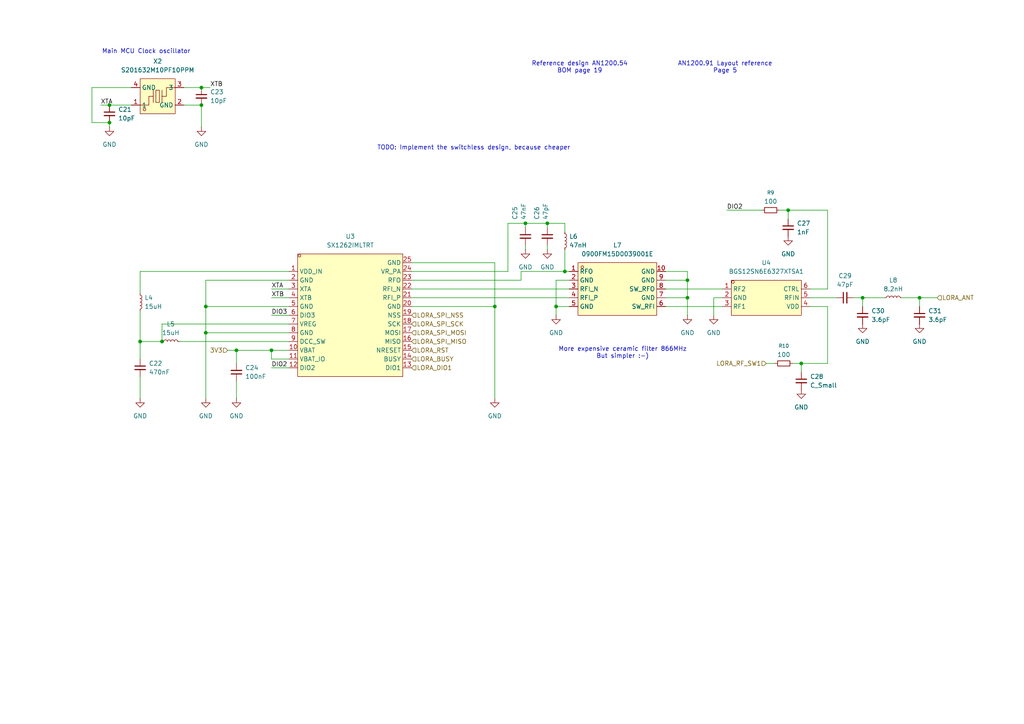
<source format=kicad_sch>
(kicad_sch (version 20250114) (generator "eeschema") (generator_version "9.0")
  (paper "A4")
  (title_block (title "Bornhack 2026") (rev "0.1") (company "Badge.Team"))
  (lib_symbols
    (symbol "Device:C_Small" (pin_numbers (hide yes)) (pin_names (offset 0.254) (hide yes))
      (property "Reference" "C" (at 0.254 1.778 0))
      (property "Value" "C_Small" (at 0.254 -2.032 0))
      (symbol "C_Small_0_1"
        (polyline (pts (xy -1.524 0.508) (xy 1.524 0.508)) (stroke (width 0.3048)))
        (polyline (pts (xy -1.524 -0.508) (xy 1.524 -0.508)) (stroke (width 0.3302)))
      )
      (symbol "C_Small_1_1"
        (pin passive line (at 0 2.54 270) (length 2.032) (name "~") (number "1"))
        (pin passive line (at 0 -2.54 90) (length 2.032) (name "~") (number "2"))
      )
    )
    (symbol "Device:L_Small" (pin_numbers (hide yes)) (pin_names (offset 0.254) (hide yes))
      (property "Reference" "L" (at 0.762 1.016 0))
      (property "Value" "L_Small" (at 0.762 -1.016 0))
      (symbol "L_Small_0_1"
        (arc (start 0 2.032) (mid 0.5058 1.524) (end 0 1.016))
        (arc (start 0 1.016) (mid 0.5058 0.508) (end 0 0))
        (arc (start 0 0) (mid 0.5058 -0.508) (end 0 -1.016))
        (arc (start 0 -1.016) (mid 0.5058 -1.524) (end 0 -2.032))
      )
      (symbol "L_Small_1_1"
        (pin passive line (at 0 2.54 270) (length 0.508) (name "~") (number "1"))
        (pin passive line (at 0 -2.54 90) (length 0.508) (name "~") (number "2"))
      )
    )
    (symbol "Device:R_Small" (pin_numbers (hide yes)) (pin_names (offset 0.254) (hide yes))
      (property "Reference" "R" (at 0 0 90))
      (property "Value" "R_Small" (at 1.778 0 90))
      (symbol "R_Small_0_1"
        (rectangle (start -0.762 1.778) (end 0.762 -1.778) (stroke (width 0.2032)))
      )
      (symbol "R_Small_1_1"
        (pin passive line (at 0 2.54 270) (length 0.762) (name "~") (number "1"))
        (pin passive line (at 0 -2.54 90) (length 0.762) (name "~") (number "2"))
      )
    )
    (symbol "lcsc:0900FM15D0039001E"
      (property "Reference" "L" (at 0 10.16 0))
      (property "Value" "0900FM15D0039001E" (at 0 -10.16 0))
      (symbol "0900FM15D0039001E_0_1"
        (rectangle (start -11.43 7.62) (end 11.43 -7.62) (fill (type background)))
        (circle (center -10.16 6.35) (radius 0.38))
        (pin unspecified line (at -13.97 5.08 0) (length 2.54) (name "RFO") (number "1"))
        (pin unspecified line (at -13.97 2.54 0) (length 2.54) (name "GND") (number "2"))
        (pin unspecified line (at -13.97 0 0) (length 2.54) (name "RFI_N") (number "3"))
        (pin unspecified line (at -13.97 -2.54 0) (length 2.54) (name "RFI_P") (number "4"))
        (pin unspecified line (at -13.97 -5.08 0) (length 2.54) (name "GND") (number "5"))
        (pin unspecified line (at 13.97 5.08 180) (length 2.54) (name "GND") (number "10"))
        (pin unspecified line (at 13.97 2.54 180) (length 2.54) (name "GND") (number "9"))
        (pin unspecified line (at 13.97 0 180) (length 2.54) (name "SW_RFO") (number "8"))
        (pin unspecified line (at 13.97 -2.54 180) (length 2.54) (name "GND") (number "7"))
        (pin unspecified line (at 13.97 -5.08 180) (length 2.54) (name "SW_RFI") (number "6"))
      )
    )
    (symbol "lcsc:BGS12SN6E6327XTSA1"
      (property "Reference" "U" (at 0 7.62 0))
      (property "Value" "BGS12SN6E6327XTSA1" (at 0 -7.62 0))
      (symbol "BGS12SN6E6327XTSA1_0_1"
        (rectangle (start -10.16 5.08) (end 10.16 -5.08) (fill (type background)))
        (circle (center -9.65 4.57) (radius 0.38))
        (pin unspecified line (at -12.7 2.54 0) (length 2.54) (name "RF2") (number "1"))
        (pin unspecified line (at -12.7 0 0) (length 2.54) (name "GND") (number "2"))
        (pin unspecified line (at -12.7 -2.54 0) (length 2.54) (name "RF1") (number "3"))
        (pin unspecified line (at 12.7 2.54 180) (length 2.54) (name "CTRL") (number "6"))
        (pin unspecified line (at 12.7 0 180) (length 2.54) (name "RFIN") (number "5"))
        (pin unspecified line (at 12.7 -2.54 180) (length 2.54) (name "VDD") (number "4"))
      )
    )
    (symbol "lcsc:S201632M10PF10PPM"
      (property "Reference" "X" (at 0 7.62 0))
      (property "Value" "S201632M10PF10PPM" (at 0 -7.62 0))
      (symbol "S201632M10PF10PPM_0_1"
        (rectangle (start -5.08 5.08) (end 5.08 -5.08) (fill (type background)))
        (polyline (pts (xy -5.08 -2.54) (xy -2.54 -2.54) (xy -2.54 0) (xy -1.27 0)))
        (circle (center -3.81 -3.81) (radius 0.38))
        (polyline (pts (xy -1.27 -1.78) (xy -1.27 1.78)))
        (rectangle (start -0.51 1.78) (end 0.51 -1.78) (fill (type background)))
        (polyline (pts (xy 1.27 -1.78) (xy 1.27 1.78)))
        (polyline (pts (xy 5.08 2.54) (xy 2.54 2.54) (xy 2.54 0) (xy 1.27 0)))
        (pin input line (at -7.62 2.54 0) (length 2.54) (name "GND") (number "4"))
        (pin input line (at -7.62 -2.54 0) (length 2.54) (name "1") (number "1"))
        (pin input line (at 7.62 2.54 180) (length 2.54) (name "3") (number "3"))
        (pin input line (at 7.62 -2.54 180) (length 2.54) (name "GND") (number "2"))
      )
    )
    (symbol "lcsc:SX1262IMLTRT"
      (property "Reference" "U" (at 0 20.32 0))
      (property "Value" "SX1262IMLTRT" (at 0 -20.32 0))
      (symbol "SX1262IMLTRT_0_1"
        (rectangle (start -15.24 17.78) (end 15.24 -17.78) (fill (type background)))
        (circle (center -14.73 17.27) (radius 0.38))
        (pin unspecified line (at -17.78 12.7 0) (length 2.54) (name "VDD_IN") (number "1"))
        (pin unspecified line (at -17.78 10.16 0) (length 2.54) (name "GND") (number "2"))
        (pin unspecified line (at -17.78 7.62 0) (length 2.54) (name "XTA") (number "3"))
        (pin unspecified line (at -17.78 5.08 0) (length 2.54) (name "XTB") (number "4"))
        (pin unspecified line (at -17.78 2.54 0) (length 2.54) (name "GND") (number "5"))
        (pin unspecified line (at -17.78 0 0) (length 2.54) (name "DIO3") (number "6"))
        (pin unspecified line (at -17.78 -2.54 0) (length 2.54) (name "VREG") (number "7"))
        (pin unspecified line (at -17.78 -5.08 0) (length 2.54) (name "GND") (number "8"))
        (pin unspecified line (at -17.78 -7.62 0) (length 2.54) (name "DCC_SW") (number "9"))
        (pin unspecified line (at -17.78 -10.16 0) (length 2.54) (name "VBAT") (number "10"))
        (pin unspecified line (at -17.78 -12.7 0) (length 2.54) (name "VBAT_IO") (number "11"))
        (pin unspecified line (at -17.78 -15.24 0) (length 2.54) (name "DIO2") (number "12"))
        (pin unspecified line (at 17.78 15.24 180) (length 2.54) (name "GND") (number "25"))
        (pin unspecified line (at 17.78 12.7 180) (length 2.54) (name "VR_PA") (number "24"))
        (pin unspecified line (at 17.78 10.16 180) (length 2.54) (name "RFO") (number "23"))
        (pin unspecified line (at 17.78 7.62 180) (length 2.54) (name "RFI_N") (number "22"))
        (pin unspecified line (at 17.78 5.08 180) (length 2.54) (name "RFI_P") (number "21"))
        (pin unspecified line (at 17.78 2.54 180) (length 2.54) (name "GND") (number "20"))
        (pin unspecified line (at 17.78 0 180) (length 2.54) (name "NSS") (number "19"))
        (pin unspecified line (at 17.78 -2.54 180) (length 2.54) (name "SCK") (number "18"))
        (pin unspecified line (at 17.78 -5.08 180) (length 2.54) (name "MOSI") (number "17"))
        (pin unspecified line (at 17.78 -7.62 180) (length 2.54) (name "MISO") (number "16"))
        (pin unspecified line (at 17.78 -10.16 180) (length 2.54) (name "NRESET") (number "15"))
        (pin unspecified line (at 17.78 -12.7 180) (length 2.54) (name "BUSY") (number "14"))
        (pin unspecified line (at 17.78 -15.24 180) (length 2.54) (name "DIO1") (number "13"))
      )
    )
    (symbol "power:GND" (power) (pin_numbers (hide yes)) (pin_names (offset 0) (hide yes))
      (property "Value" "GND" (at 0 -3.81 0))
      (symbol "GND_0_1"
        (polyline (pts (xy 0 0) (xy 0 -1.27) (xy 1.27 -1.27) (xy 0 -2.54) (xy -1.27 -1.27) (xy 0 -1.27)))
      )
      (symbol "GND_1_1"
        (pin power_in line (at 0 0 270) (length 0) (name "~") (number "1"))
      )
    )
  )
  (text "TODO: Implement the switchless design, because cheaper" (at 137.414 42.926 0) (effects (font (size 1.27 1.27))))
  (text "Reference design AN1200.54\nBOM page 19" (at 168.148 19.558 0) (effects (font (size 1.27 1.27))))
  (text "AN1200.91 Layout reference\nPage 5" (at 210.312 19.558 0) (effects (font (size 1.27 1.27))))
  (text "Main MCU Clock oscillator" (at 42.418 14.986 0) (effects (font (size 1.27 1.27))))
  (text "More expensive ceramic filter 866MHz\nBut simpler :-)" (at 180.594 102.362 0) (effects (font (size 1.27 1.27))))
  (junction (at 228.6 60.96))
  (junction (at 78.74 101.6))
  (junction (at 161.29 88.9))
  (junction (at 58.42 25.4))
  (junction (at 40.64 99.06))
  (junction (at 152.4 64.77))
  (junction (at 68.58 101.6))
  (junction (at 250.19 86.36))
  (junction (at 143.51 88.9))
  (junction (at 199.39 81.28))
  (junction (at 59.69 88.9))
  (junction (at 31.75 30.48))
  (junction (at 232.41 105.41))
  (junction (at 31.75 35.56))
  (junction (at 266.7 86.36))
  (junction (at 46.99 99.06))
  (junction (at 163.83 78.74))
  (junction (at 59.69 96.52))
  (junction (at 158.75 64.77))
  (junction (at 58.42 30.48))
  (junction (at 199.39 86.36))
  (wire (pts (xy 59.69 96.52) (xy 59.69 115.57)))
  (wire (pts (xy 226.06 60.96) (xy 228.6 60.96)))
  (wire (pts (xy 147.32 64.77) (xy 152.4 64.77)))
  (wire (pts (xy 247.65 86.36) (xy 250.19 86.36)))
  (wire (pts (xy 78.74 86.36) (xy 83.82 86.36)))
  (wire (pts (xy 59.69 88.9) (xy 59.69 96.52)))
  (wire (pts (xy 152.4 71.12) (xy 152.4 72.39)))
  (wire (pts (xy 58.42 30.48) (xy 58.42 36.83)))
  (wire (pts (xy 119.38 76.2) (xy 143.51 76.2)))
  (wire (pts (xy 266.7 86.36) (xy 266.7 88.9)))
  (wire (pts (xy 68.58 110.49) (xy 68.58 115.57)))
  (wire (pts (xy 152.4 64.77) (xy 158.75 64.77)))
  (wire (pts (xy 228.6 60.96) (xy 228.6 63.5)))
  (wire (pts (xy 210.82 60.96) (xy 220.98 60.96)))
  (wire (pts (xy 152.4 64.77) (xy 152.4 66.04)))
  (wire (pts (xy 163.83 72.39) (xy 163.83 78.74)))
  (wire (pts (xy 193.04 83.82) (xy 209.55 83.82)))
  (wire (pts (xy 68.58 101.6) (xy 78.74 101.6)))
  (wire (pts (xy 147.32 64.77) (xy 147.32 78.74)))
  (wire (pts (xy 119.38 88.9) (xy 143.51 88.9)))
  (wire (pts (xy 193.04 78.74) (xy 199.39 78.74)))
  (wire (pts (xy 78.74 104.14) (xy 83.82 104.14)))
  (wire (pts (xy 161.29 88.9) (xy 161.29 91.44)))
  (wire (pts (xy 143.51 76.2) (xy 143.51 88.9)))
  (wire (pts (xy 250.19 86.36) (xy 256.54 86.36)))
  (wire (pts (xy 234.95 88.9) (xy 240.03 88.9)))
  (wire (pts (xy 240.03 60.96) (xy 240.03 83.82)))
  (wire (pts (xy 261.62 86.36) (xy 266.7 86.36)))
  (wire (pts (xy 158.75 64.77) (xy 163.83 64.77)))
  (wire (pts (xy 59.69 81.28) (xy 59.69 88.9)))
  (wire (pts (xy 26.67 35.56) (xy 31.75 35.56)))
  (wire (pts (xy 119.38 78.74) (xy 147.32 78.74)))
  (wire (pts (xy 250.19 86.36) (xy 250.19 88.9)))
  (wire (pts (xy 59.69 88.9) (xy 83.82 88.9)))
  (wire (pts (xy 52.07 99.06) (xy 83.82 99.06)))
  (wire (pts (xy 53.34 30.48) (xy 58.42 30.48)))
  (wire (pts (xy 38.1 30.48) (xy 31.75 30.48)))
  (wire (pts (xy 143.51 88.9) (xy 143.51 115.57)))
  (wire (pts (xy 232.41 105.41) (xy 240.03 105.41)))
  (wire (pts (xy 161.29 81.28) (xy 161.29 88.9)))
  (wire (pts (xy 158.75 71.12) (xy 158.75 72.39)))
  (wire (pts (xy 199.39 78.74) (xy 199.39 81.28)))
  (wire (pts (xy 40.64 109.22) (xy 40.64 115.57)))
  (wire (pts (xy 119.38 86.36) (xy 165.1 86.36)))
  (wire (pts (xy 161.29 81.28) (xy 165.1 81.28)))
  (wire (pts (xy 59.69 96.52) (xy 83.82 96.52)))
  (wire (pts (xy 119.38 83.82) (xy 165.1 83.82)))
  (wire (pts (xy 199.39 81.28) (xy 199.39 86.36)))
  (wire (pts (xy 46.99 93.98) (xy 46.99 99.06)))
  (wire (pts (xy 26.67 25.4) (xy 38.1 25.4)))
  (wire (pts (xy 207.01 86.36) (xy 209.55 86.36)))
  (wire (pts (xy 163.83 64.77) (xy 163.83 67.31)))
  (wire (pts (xy 163.83 78.74) (xy 165.1 78.74)))
  (wire (pts (xy 193.04 81.28) (xy 199.39 81.28)))
  (wire (pts (xy 60.96 25.4) (xy 58.42 25.4)))
  (wire (pts (xy 68.58 101.6) (xy 68.58 105.41)))
  (wire (pts (xy 40.64 78.74) (xy 83.82 78.74)))
  (wire (pts (xy 234.95 86.36) (xy 242.57 86.36)))
  (wire (pts (xy 151.13 78.74) (xy 151.13 81.28)))
  (wire (pts (xy 161.29 88.9) (xy 165.1 88.9)))
  (wire (pts (xy 46.99 93.98) (xy 83.82 93.98)))
  (wire (pts (xy 222.25 105.41) (xy 224.79 105.41)))
  (wire (pts (xy 29.21 30.48) (xy 31.75 30.48)))
  (wire (pts (xy 229.87 105.41) (xy 232.41 105.41)))
  (wire (pts (xy 193.04 86.36) (xy 199.39 86.36)))
  (wire (pts (xy 266.7 86.36) (xy 271.78 86.36)))
  (wire (pts (xy 78.74 101.6) (xy 83.82 101.6)))
  (wire (pts (xy 78.74 101.6) (xy 78.74 104.14)))
  (wire (pts (xy 228.6 60.96) (xy 240.03 60.96)))
  (wire (pts (xy 234.95 83.82) (xy 240.03 83.82)))
  (wire (pts (xy 58.42 25.4) (xy 53.34 25.4)))
  (wire (pts (xy 40.64 78.74) (xy 40.64 85.09)))
  (wire (pts (xy 40.64 90.17) (xy 40.64 99.06)))
  (wire (pts (xy 40.64 99.06) (xy 46.99 99.06)))
  (wire (pts (xy 240.03 88.9) (xy 240.03 105.41)))
  (wire (pts (xy 119.38 81.28) (xy 151.13 81.28)))
  (wire (pts (xy 193.04 88.9) (xy 209.55 88.9)))
  (wire (pts (xy 59.69 81.28) (xy 83.82 81.28)))
  (wire (pts (xy 151.13 78.74) (xy 163.83 78.74)))
  (wire (pts (xy 26.67 35.56) (xy 26.67 25.4)))
  (wire (pts (xy 78.74 106.68) (xy 83.82 106.68)))
  (wire (pts (xy 31.75 35.56) (xy 31.75 36.83)))
  (wire (pts (xy 158.75 64.77) (xy 158.75 66.04)))
  (wire (pts (xy 207.01 86.36) (xy 207.01 91.44)))
  (wire (pts (xy 232.41 105.41) (xy 232.41 107.95)))
  (wire (pts (xy 78.74 83.82) (xy 83.82 83.82)))
  (wire (pts (xy 66.04 101.6) (xy 68.58 101.6)))
  (wire (pts (xy 40.64 99.06) (xy 40.64 104.14)))
  (wire (pts (xy 78.74 91.44) (xy 83.82 91.44)))
  (wire (pts (xy 199.39 86.36) (xy 199.39 91.44)))
  (label "XTA" (at 78.74 83.82 0))
  (label "XTB" (at 78.74 86.36 0))
  (label "DIO3" (at 78.74 91.44 0))
  (label "XTB" (at 60.96 25.4 0))
  (label "DIO2" (at 210.82 60.96 0))
  (label "DIO2" (at 78.74 106.68 0))
  (label "XTA" (at 29.21 30.48 0))
  (hierarchical_label "LORA_ANT" (shape input) (at 271.78 86.36 0))
  (hierarchical_label "LORA_DIO1" (shape input) (at 119.38 106.68 0))
  (hierarchical_label "LORA_BUSY" (shape input) (at 119.38 104.14 0))
  (hierarchical_label "LORA_RST" (shape input) (at 119.38 101.6 0))
  (hierarchical_label "LORA_SPI_MOSI" (shape input) (at 119.38 96.52 0))
  (hierarchical_label "LORA_SPI_SCK" (shape input) (at 119.38 93.98 0))
  (hierarchical_label "LORA_SPI_MISO" (shape input) (at 119.38 99.06 0))
  (hierarchical_label "LORA_SPI_NSS" (shape input) (at 119.38 91.44 0))
  (hierarchical_label "3V3" (shape input) (at 66.04 101.6 180))
  (hierarchical_label "LORA_RF_SW1" (shape input) (at 222.25 105.41 180))
  (symbol (lib_id "power:GND") (at 58.42 36.83 0) (unit 1)
    (property "Reference" "#PWR039" (effects (hide yes)))
    (property "Value" "GND" (at 58.42 41.91 0))
    (property "Description" "Power symbol creates a global label with name \"GND\" , ground" (effects (hide yes)))
  )
  (symbol (lib_id "Device:L_Small") (at 49.53 99.06 90) (unit 1)
    (property "Reference" "L5" (at 49.53 93.98 90))
    (property "Value" "15uH" (at 49.53 96.52 90))
    (property "Description" "Inductor, small symbol" (effects (hide yes)))
  )
  (symbol (lib_id "Device:C_Small") (at 250.19 91.44 0) (unit 1)
    (property "Reference" "C30" (at 252.73 90.1762 0) (effects (justify left)))
    (property "Value" "3.6pF" (at 252.73 92.7162 0) (effects (justify left)))
    (property "Description" "Unpolarized capacitor, small symbol" (effects (hide yes)))
  )
  (symbol (lib_id "power:GND") (at 228.6 68.58 0) (unit 1)
    (property "Reference" "#PWR048" (effects (hide yes)))
    (property "Value" "GND" (at 228.6 73.66 0))
    (property "Description" "Power symbol creates a global label with name \"GND\" , ground" (effects (hide yes)))
  )
  (symbol (lib_id "lcsc:0900FM15D0039001E") (at 179.07 83.82 0) (unit 1)
    (property "Reference" "L7" (at 179.07 71.12 0))
    (property "Value" "0900FM15D0039001E" (at 179.07 73.66 0))
    (property "Footprint" "lcsc:FILTER-SMD_10P-L2.0-W1.3-BL" (effects (hide yes)))
    (property "LCSC Part" "C17557877" (effects (hide yes)))
  )
  (symbol (lib_id "Device:L_Small") (at 40.64 87.63 0) (unit 1)
    (property "Reference" "L4" (at 41.91 86.3599 0) (effects (justify left)))
    (property "Value" "15uH" (at 41.91 88.8999 0) (effects (justify left)))
    (property "Description" "Inductor, small symbol" (effects (hide yes)))
  )
  (symbol (lib_id "power:GND") (at 161.29 91.44 0) (unit 1)
    (property "Reference" "#PWR045" (effects (hide yes)))
    (property "Value" "GND" (at 161.29 96.52 0))
    (property "Description" "Power symbol creates a global label with name \"GND\" , ground" (effects (hide yes)))
  )
  (symbol (lib_id "Device:C_Small") (at 58.42 27.94 0) (unit 1)
    (property "Reference" "C23" (at 60.96 26.6762 0) (effects (justify left)))
    (property "Value" "10pF" (at 60.96 29.2162 0) (effects (justify left)))
    (property "Footprint" "Capacitor_SMD:C_0402_1005Metric" (effects (hide yes)))
    (property "Datasheet" "https://jlcpcb.com/partdetail/33914-CL05C100JB5NNNC/C32949" (effects (hide yes)))
    (property "Description" "Unpolarized capacitor, small symbol" (effects (hide yes)))
    (property "LCSC" "C32949" (effects (hide yes)))
  )
  (symbol (lib_id "lcsc:S201632M10PF10PPM") (at 45.72 27.94 0) (unit 1)
    (property "Reference" "X2" (at 45.72 17.78 0))
    (property "Value" "S201632M10PF10PPM" (at 45.72 20.32 0))
    (property "Footprint" "lcsc:CRYSTAL-SMD_4P-L2.0-W1.6-BL" (effects (hide yes)))
    (property "Datasheet" "https://jlcpcb.com/partdetail/SST-S201632M10PF10PPM/C7420782" (effects (hide yes)))
    (property "LCSC Part" "C7420782" (effects (hide yes)))
    (property "LCSC" "C7420782" (effects (hide yes)))
  )
  (symbol (lib_id "power:GND") (at 68.58 115.57 0) (unit 1)
    (property "Reference" "#PWR041" (effects (hide yes)))
    (property "Value" "GND" (at 68.58 120.65 0))
    (property "Description" "Power symbol creates a global label with name \"GND\" , ground" (effects (hide yes)))
  )
  (symbol (lib_id "Device:C_Small") (at 232.41 110.49 0) (unit 1)
    (property "Reference" "C28" (at 234.95 109.2262 0) (effects (justify left)))
    (property "Value" "C_Small" (at 234.95 111.7662 0) (effects (justify left)))
    (property "Description" "Unpolarized capacitor, small symbol" (effects (hide yes)))
  )
  (symbol (lib_id "Device:L_Small") (at 259.08 86.36 90) (unit 1)
    (property "Reference" "L8" (at 259.08 81.28 90))
    (property "Value" "8.2nH" (at 259.08 83.82 90))
    (property "Description" "Inductor, small symbol" (effects (hide yes)))
  )
  (symbol (lib_id "Device:C_Small") (at 40.64 106.68 0) (unit 1)
    (property "Reference" "C22" (at 43.18 105.4162 0) (effects (justify left)))
    (property "Value" "470nF" (at 43.18 107.9562 0) (effects (justify left)))
    (property "Description" "Unpolarized capacitor, small symbol" (effects (hide yes)))
  )
  (symbol (lib_id "power:GND") (at 266.7 93.98 0) (unit 1)
    (property "Reference" "#PWR051" (effects (hide yes)))
    (property "Value" "GND" (at 266.7 99.06 0))
    (property "Description" "Power symbol creates a global label with name \"GND\" , ground" (effects (hide yes)))
  )
  (symbol (lib_id "power:GND") (at 152.4 72.39 0) (unit 1)
    (property "Reference" "#PWR043" (effects (hide yes)))
    (property "Value" "GND" (at 152.4 77.47 0))
    (property "Description" "Power symbol creates a global label with name \"GND\" , ground" (effects (hide yes)))
  )
  (symbol (lib_id "Device:C_Small") (at 158.75 68.58 0) (unit 1)
    (property "Reference" "C26" (at 155.702 63.754 90) (effects (justify left)))
    (property "Value" "47pF" (at 158.242 63.754 90) (effects (justify left)))
    (property "Description" "Unpolarized capacitor, small symbol" (effects (hide yes)))
  )
  (symbol (lib_id "Device:L_Small") (at 163.83 69.85 0) (unit 1)
    (property "Reference" "L6" (at 165.1 68.5799 0) (effects (justify left)))
    (property "Value" "47nH" (at 165.1 71.1199 0) (effects (justify left)))
    (property "Description" "Inductor, small symbol" (effects (hide yes)))
  )
  (symbol (lib_id "Device:C_Small") (at 68.58 107.95 180) (unit 1)
    (property "Reference" "C24" (at 71.12 106.6735 0) (effects (justify right)))
    (property "Value" "100nF" (at 71.12 109.2135 0) (effects (justify right)))
    (property "Footprint" "Capacitor_SMD:C_0402_1005Metric" (effects (hide yes)))
    (property "Datasheet" "https://jlcpcb.com/partdetail/1877-CL05B104KO5NNNC/C1525" (effects (hide yes)))
    (property "Description" "Unpolarized capacitor, small symbol" (effects (hide yes)))
    (property "LCSC" "C1525" (effects (hide yes)))
  )
  (symbol (lib_id "power:GND") (at 232.41 113.03 0) (unit 1)
    (property "Reference" "#PWR049" (effects (hide yes)))
    (property "Value" "GND" (at 232.41 118.11 0))
    (property "Description" "Power symbol creates a global label with name \"GND\" , ground" (effects (hide yes)))
  )
  (symbol (lib_id "Device:C_Small") (at 266.7 91.44 0) (unit 1)
    (property "Reference" "C31" (at 269.24 90.1762 0) (effects (justify left)))
    (property "Value" "3.6pF" (at 269.24 92.7162 0) (effects (justify left)))
    (property "Description" "Unpolarized capacitor, small symbol" (effects (hide yes)))
  )
  (symbol (lib_id "power:GND") (at 199.39 91.44 0) (unit 1)
    (property "Reference" "#PWR046" (effects (hide yes)))
    (property "Value" "GND" (at 199.39 96.52 0))
    (property "Description" "Power symbol creates a global label with name \"GND\" , ground" (effects (hide yes)))
  )
  (symbol (lib_id "power:GND") (at 40.64 115.57 0) (unit 1)
    (property "Reference" "#PWR038" (effects (hide yes)))
    (property "Value" "GND" (at 40.64 120.65 0))
    (property "Description" "Power symbol creates a global label with name \"GND\" , ground" (effects (hide yes)))
  )
  (symbol (lib_id "Device:C_Small") (at 152.4 68.58 0) (unit 1)
    (property "Reference" "C25" (at 149.352 63.754 90) (effects (justify left)))
    (property "Value" "47nF" (at 151.892 63.754 90) (effects (justify left)))
    (property "Description" "Unpolarized capacitor, small symbol" (effects (hide yes)))
  )
  (symbol (lib_id "power:GND") (at 207.01 91.44 0) (unit 1)
    (property "Reference" "#PWR047" (effects (hide yes)))
    (property "Value" "GND" (at 207.01 96.52 0))
    (property "Description" "Power symbol creates a global label with name \"GND\" , ground" (effects (hide yes)))
  )
  (symbol (lib_id "power:GND") (at 31.75 36.83 0) (unit 1)
    (property "Reference" "#PWR037" (effects (hide yes)))
    (property "Value" "GND" (at 31.75 41.91 0))
    (property "Description" "Power symbol creates a global label with name \"GND\" , ground" (effects (hide yes)))
  )
  (symbol (lib_id "Device:C_Small") (at 228.6 66.04 0) (unit 1)
    (property "Reference" "C27" (at 231.14 64.7762 0) (effects (justify left)))
    (property "Value" "1nF" (at 231.14 67.3162 0) (effects (justify left)))
    (property "Description" "Unpolarized capacitor, small symbol" (effects (hide yes)))
  )
  (symbol (lib_id "power:GND") (at 250.19 93.98 0) (unit 1)
    (property "Reference" "#PWR050" (effects (hide yes)))
    (property "Value" "GND" (at 250.19 99.06 0))
    (property "Description" "Power symbol creates a global label with name \"GND\" , ground" (effects (hide yes)))
  )
  (symbol (lib_id "lcsc:SX1262IMLTRT") (at 101.6 91.44 0) (unit 1)
    (property "Reference" "U3" (at 101.6 68.58 0))
    (property "Value" "SX1262IMLTRT" (at 101.6 71.12 0))
    (property "Footprint" "lcsc:QFN-24_L4.0-W4.0-P0.50-BL-EP2.6" (effects (hide yes)))
    (property "Datasheet" "https://lcsc.com/product-detail/Others_STMicroelectronics_SX1262IMLTRT_STMicroelectronics-SX1262IMLTRT_C191341.html" (effects (hide yes)))
    (property "LCSC Part" "C191341" (effects (hide yes)))
  )
  (symbol (lib_id "power:GND") (at 158.75 72.39 0) (unit 1)
    (property "Reference" "#PWR044" (effects (hide yes)))
    (property "Value" "GND" (at 158.75 77.47 0))
    (property "Description" "Power symbol creates a global label with name \"GND\" , ground" (effects (hide yes)))
  )
  (symbol (lib_id "Device:R_Small") (at 227.33 105.41 90) (unit 1)
    (property "Reference" "R10" (at 227.33 100.33 90) (effects (font (size 1.016 1.016))))
    (property "Value" "100" (at 227.33 102.87 90))
    (property "Description" "Resistor, small symbol" (effects (hide yes)))
  )
  (symbol (lib_id "power:GND") (at 59.69 115.57 0) (unit 1)
    (property "Reference" "#PWR040" (effects (hide yes)))
    (property "Value" "GND" (at 59.69 120.65 0))
    (property "Description" "Power symbol creates a global label with name \"GND\" , ground" (effects (hide yes)))
  )
  (symbol (lib_id "Device:C_Small") (at 31.75 33.02 0) (unit 1)
    (property "Reference" "C21" (at 34.29 31.7562 0) (effects (justify left)))
    (property "Value" "10pF" (at 34.29 34.2962 0) (effects (justify left)))
    (property "Footprint" "Capacitor_SMD:C_0402_1005Metric" (effects (hide yes)))
    (property "Datasheet" "https://jlcpcb.com/partdetail/33914-CL05C100JB5NNNC/C32949" (effects (hide yes)))
    (property "Description" "Unpolarized capacitor, small symbol" (effects (hide yes)))
    (property "LCSC" "C32949" (effects (hide yes)))
  )
  (symbol (lib_id "Device:R_Small") (at 223.52 60.96 90) (unit 1)
    (property "Reference" "R9" (at 223.52 55.88 90) (effects (font (size 1.016 1.016))))
    (property "Value" "100" (at 223.52 58.42 90))
    (property "Description" "Resistor, small symbol" (effects (hide yes)))
  )
  (symbol (lib_id "Device:C_Small") (at 245.11 86.36 90) (unit 1)
    (property "Reference" "C29" (at 245.1163 80.01 90))
    (property "Value" "47pF" (at 245.1163 82.55 90))
    (property "Description" "Unpolarized capacitor, small symbol" (effects (hide yes)))
  )
  (symbol (lib_id "lcsc:BGS12SN6E6327XTSA1") (at 222.25 86.36 0) (unit 1)
    (property "Reference" "U4" (at 222.25 76.2 0))
    (property "Value" "BGS12SN6E6327XTSA1" (at 222.25 78.74 0))
    (property "Footprint" "lcsc:TSNP-6_L1.1-W0.7-P0.40-BL" (effects (hide yes)))
    (property "Datasheet" "https://lcsc.com/product-detail/RF-Switches_Infineon-Technologies_BGS12SN6E6327XTSA1_Infineon-Technologies-BGS12SN6E6327XTSA1_C114953.html" (effects (hide yes)))
    (property "LCSC Part" "C114953" (effects (hide yes)))
  )
  (symbol (lib_id "power:GND") (at 143.51 115.57 0) (unit 1)
    (property "Reference" "#PWR042" (effects (hide yes)))
    (property "Value" "GND" (at 143.51 120.65 0))
    (property "Description" "Power symbol creates a global label with name \"GND\" , ground" (effects (hide yes)))
  )
)
</source>
